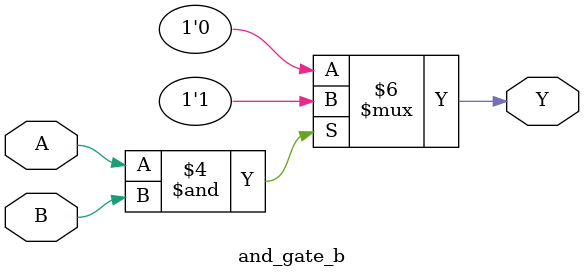
<source format=v>
module and_gate_b(Y, A, B);
  input A,B;
  output reg Y;
  always @ (A or B) begin
    if (A == 1'b1 & B == 1'b1) begin Y = 1'b1; end
    else                       begin Y = 1'b0; end
  end
endmodule

</source>
